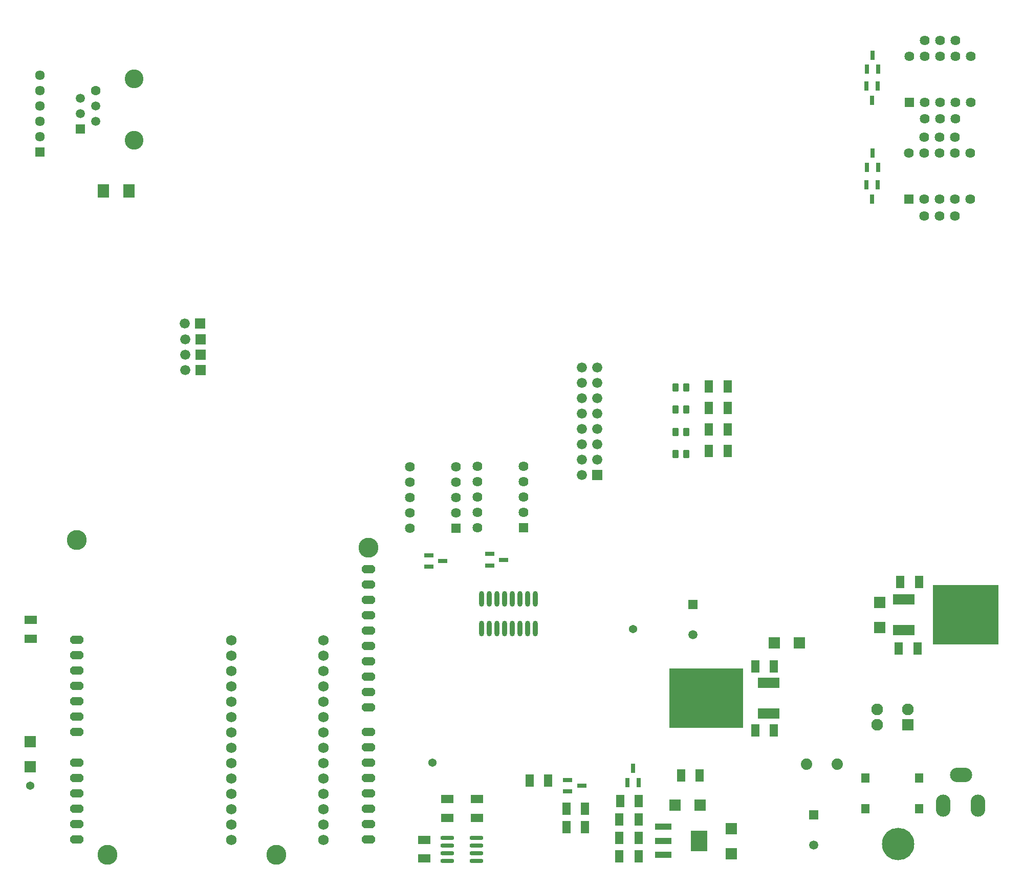
<source format=gts>
G04*
G04 #@! TF.GenerationSoftware,Altium Limited,Altium Designer,18.0.11 (651)*
G04*
G04 Layer_Color=8388736*
%FSLAX24Y24*%
%MOIN*%
G70*
G01*
G75*
%ADD38R,0.1418X0.0670*%
%ADD39R,0.4843X0.3879*%
%ADD40R,0.0611X0.0276*%
%ADD41R,0.0276X0.0611*%
%ADD42R,0.0740X0.0750*%
%ADD43R,0.0750X0.0740*%
%ADD44R,0.4292X0.3879*%
G04:AMPARAMS|DCode=45|XSize=39mil|YSize=54mil|CornerRadius=6.4mil|HoleSize=0mil|Usage=FLASHONLY|Rotation=0.000|XOffset=0mil|YOffset=0mil|HoleType=Round|Shape=RoundedRectangle|*
%AMROUNDEDRECTD45*
21,1,0.0390,0.0413,0,0,0.0*
21,1,0.0263,0.0540,0,0,0.0*
1,1,0.0128,0.0131,-0.0206*
1,1,0.0128,-0.0131,-0.0206*
1,1,0.0128,-0.0131,0.0206*
1,1,0.0128,0.0131,0.0206*
%
%ADD45ROUNDEDRECTD45*%
%ADD46R,0.0572X0.0788*%
%ADD47R,0.0540X0.0640*%
%ADD48O,0.0316X0.1024*%
%ADD49R,0.0788X0.0572*%
%ADD50R,0.1103X0.1339*%
%ADD51R,0.1103X0.0434*%
%ADD52R,0.0729X0.0898*%
%ADD53O,0.0906X0.0276*%
%ADD54C,0.0640*%
%ADD55C,0.0590*%
%ADD56R,0.0590X0.0590*%
%ADD57R,0.0640X0.0640*%
%ADD58C,0.0690*%
G04:AMPARAMS|DCode=59|XSize=84mil|YSize=56mil|CornerRadius=0mil|HoleSize=0mil|Usage=FLASHONLY|Rotation=0.000|XOffset=0mil|YOffset=0mil|HoleType=Round|Shape=Octagon|*
%AMOCTAGOND59*
4,1,8,0.0420,-0.0140,0.0420,0.0140,0.0280,0.0280,-0.0280,0.0280,-0.0420,0.0140,-0.0420,-0.0140,-0.0280,-0.0280,0.0280,-0.0280,0.0420,-0.0140,0.0*
%
%ADD59OCTAGOND59*%

%ADD60C,0.1300*%
%ADD61O,0.0631X0.0640*%
%ADD62C,0.1221*%
%ADD63C,0.0631*%
%ADD64C,0.0591*%
%ADD65R,0.0591X0.0591*%
%ADD66R,0.0640X0.0640*%
%ADD67C,0.0740*%
%ADD68C,0.0660*%
%ADD69R,0.0660X0.0660*%
%ADD70R,0.0660X0.0660*%
%ADD71O,0.0940X0.1440*%
%ADD72O,0.1440X0.0940*%
%ADD73C,0.0040*%
%ADD74C,0.2107*%
%ADD75C,0.0768*%
%ADD76R,0.0768X0.0768*%
%ADD77C,0.0440*%
%ADD78C,0.0540*%
D38*
X49560Y12500D02*
D03*
Y10500D02*
D03*
X58355Y15950D02*
D03*
Y17950D02*
D03*
D39*
X45515Y11500D02*
D03*
D40*
X27427Y20824D02*
D03*
Y20076D02*
D03*
X28352Y20450D02*
D03*
X31395Y20895D02*
D03*
Y20147D02*
D03*
X32320Y20521D02*
D03*
X36482Y6191D02*
D03*
Y5443D02*
D03*
X37407Y5817D02*
D03*
D41*
X56674Y44943D02*
D03*
X55926D02*
D03*
X56300Y44018D02*
D03*
X56674Y51363D02*
D03*
X55926D02*
D03*
X56300Y50437D02*
D03*
X55956Y46085D02*
D03*
X56704D02*
D03*
X56330Y47010D02*
D03*
X55966Y52465D02*
D03*
X56714D02*
D03*
X56340Y53390D02*
D03*
X40359Y6007D02*
D03*
X41107D02*
D03*
X40733Y6933D02*
D03*
D42*
X47150Y1390D02*
D03*
Y3004D02*
D03*
X1460Y8670D02*
D03*
Y7056D02*
D03*
X56800Y16116D02*
D03*
Y17730D02*
D03*
D43*
X43486Y4550D02*
D03*
X45100D02*
D03*
X51560Y15100D02*
D03*
X49946D02*
D03*
D44*
X62400Y16950D02*
D03*
D45*
X43500Y30300D02*
D03*
X44200D02*
D03*
Y27400D02*
D03*
X43500D02*
D03*
Y28850D02*
D03*
X44200D02*
D03*
Y31750D02*
D03*
X43500D02*
D03*
D46*
X49910Y9405D02*
D03*
X48690D02*
D03*
X49910Y13580D02*
D03*
X48690D02*
D03*
X58050Y14750D02*
D03*
X59270D02*
D03*
X58140Y19080D02*
D03*
X59360D02*
D03*
X45680Y27600D02*
D03*
X46900D02*
D03*
X45680Y29000D02*
D03*
X46900D02*
D03*
X45680Y31800D02*
D03*
X46900D02*
D03*
X45680Y30400D02*
D03*
X46900D02*
D03*
X33990Y6140D02*
D03*
X35210D02*
D03*
X37618Y3117D02*
D03*
X36397D02*
D03*
X37618Y4317D02*
D03*
X36397D02*
D03*
X45080Y6460D02*
D03*
X43860D02*
D03*
X39887Y4817D02*
D03*
X41107D02*
D03*
X39848Y3617D02*
D03*
X41107D02*
D03*
Y2417D02*
D03*
X39848D02*
D03*
X41107Y1217D02*
D03*
X39848D02*
D03*
D47*
X59380Y6310D02*
D03*
X55880D02*
D03*
X59380Y4310D02*
D03*
X55880D02*
D03*
D48*
X34357Y17981D02*
D03*
X33857D02*
D03*
X33357D02*
D03*
X32857D02*
D03*
X32357D02*
D03*
X31857D02*
D03*
X31357D02*
D03*
X30857D02*
D03*
X34357Y16052D02*
D03*
X33857D02*
D03*
X33357D02*
D03*
X32857D02*
D03*
X32357D02*
D03*
X31857D02*
D03*
X31357D02*
D03*
X30857D02*
D03*
D49*
X1500Y16610D02*
D03*
Y15390D02*
D03*
X27150Y1064D02*
D03*
Y2284D02*
D03*
X28650Y3707D02*
D03*
Y4927D02*
D03*
X30557D02*
D03*
Y3707D02*
D03*
D50*
X45030Y2222D02*
D03*
D51*
X42707Y1317D02*
D03*
Y2222D02*
D03*
Y3128D02*
D03*
D52*
X7890Y44540D02*
D03*
X6229D02*
D03*
D53*
X28650Y2400D02*
D03*
Y1900D02*
D03*
Y1400D02*
D03*
Y900D02*
D03*
X30540Y2400D02*
D03*
Y1900D02*
D03*
Y1400D02*
D03*
Y900D02*
D03*
D54*
X59720Y42900D02*
D03*
X60720D02*
D03*
X61720D02*
D03*
X59720Y48050D02*
D03*
X60720D02*
D03*
X61720D02*
D03*
X59750Y49250D02*
D03*
X60750D02*
D03*
X61750D02*
D03*
X59750Y54350D02*
D03*
X60750D02*
D03*
X61750D02*
D03*
X62750Y50310D02*
D03*
X61750D02*
D03*
X59750D02*
D03*
X62750Y53310D02*
D03*
X61750D02*
D03*
X59750D02*
D03*
X58750D02*
D03*
X60750Y50310D02*
D03*
Y53310D02*
D03*
X62720Y44000D02*
D03*
X61720D02*
D03*
X59720D02*
D03*
X62720Y47000D02*
D03*
X61720D02*
D03*
X59720D02*
D03*
X58720D02*
D03*
X60720Y44000D02*
D03*
Y47000D02*
D03*
X33600Y26600D02*
D03*
Y25600D02*
D03*
Y23600D02*
D03*
X30600Y26600D02*
D03*
Y25600D02*
D03*
Y23600D02*
D03*
Y22600D02*
D03*
X33600Y24600D02*
D03*
X30600D02*
D03*
X29200Y26574D02*
D03*
Y25574D02*
D03*
Y23574D02*
D03*
X26200Y26574D02*
D03*
Y25574D02*
D03*
Y23574D02*
D03*
Y22574D02*
D03*
X29200Y24574D02*
D03*
X26200D02*
D03*
D55*
X44650Y15626D02*
D03*
X52500Y1952D02*
D03*
D56*
X44650Y17594D02*
D03*
X52500Y3920D02*
D03*
D57*
X58750Y50310D02*
D03*
X58720Y44000D02*
D03*
X2090Y47090D02*
D03*
D58*
X20580Y2280D02*
D03*
X14580D02*
D03*
Y3280D02*
D03*
Y4280D02*
D03*
Y5280D02*
D03*
Y6280D02*
D03*
Y7280D02*
D03*
Y8280D02*
D03*
Y9280D02*
D03*
Y10280D02*
D03*
Y11280D02*
D03*
Y12280D02*
D03*
Y13280D02*
D03*
Y14280D02*
D03*
Y15280D02*
D03*
X20580Y3280D02*
D03*
Y4280D02*
D03*
Y5280D02*
D03*
Y6280D02*
D03*
Y7280D02*
D03*
Y8280D02*
D03*
Y9280D02*
D03*
Y10280D02*
D03*
Y11280D02*
D03*
Y12280D02*
D03*
Y13280D02*
D03*
Y14280D02*
D03*
Y15280D02*
D03*
D59*
X4500Y15300D02*
D03*
Y7300D02*
D03*
Y6300D02*
D03*
Y5300D02*
D03*
Y4300D02*
D03*
Y2300D02*
D03*
Y3300D02*
D03*
Y14300D02*
D03*
Y13300D02*
D03*
Y9300D02*
D03*
Y10300D02*
D03*
Y11300D02*
D03*
Y12300D02*
D03*
X23500Y9300D02*
D03*
Y8300D02*
D03*
Y7300D02*
D03*
Y6300D02*
D03*
Y2300D02*
D03*
Y3300D02*
D03*
Y4300D02*
D03*
Y5300D02*
D03*
Y13900D02*
D03*
Y12900D02*
D03*
Y11900D02*
D03*
Y10900D02*
D03*
Y14900D02*
D03*
Y15900D02*
D03*
Y16900D02*
D03*
Y17900D02*
D03*
Y18900D02*
D03*
Y19900D02*
D03*
D60*
Y21300D02*
D03*
X17500Y1300D02*
D03*
X6500D02*
D03*
X4500Y21800D02*
D03*
D61*
X2090Y52090D02*
D03*
Y51090D02*
D03*
Y50090D02*
D03*
Y49090D02*
D03*
Y48090D02*
D03*
D62*
X8242Y47842D02*
D03*
Y51842D02*
D03*
D63*
X5742Y51090D02*
D03*
D64*
X4742Y50590D02*
D03*
X5742Y50090D02*
D03*
X4742Y49590D02*
D03*
X5742Y49090D02*
D03*
D65*
X4742Y48590D02*
D03*
D66*
X33600Y22600D02*
D03*
X29200Y22574D02*
D03*
D67*
X54040Y7212D02*
D03*
X52040D02*
D03*
D68*
X37400Y33050D02*
D03*
X38400D02*
D03*
X37400Y32050D02*
D03*
X38400D02*
D03*
X37400Y31050D02*
D03*
X38400D02*
D03*
X37400Y30050D02*
D03*
X38400D02*
D03*
X37400Y29050D02*
D03*
X38400D02*
D03*
X37400Y28050D02*
D03*
X38400D02*
D03*
X37400Y27050D02*
D03*
X38400D02*
D03*
X37400Y26050D02*
D03*
X11550Y35900D02*
D03*
X11570Y32870D02*
D03*
Y33870D02*
D03*
Y34870D02*
D03*
D69*
X38400Y26050D02*
D03*
D70*
X12550Y35900D02*
D03*
X12570Y32870D02*
D03*
Y33870D02*
D03*
Y34870D02*
D03*
D71*
X63200Y4500D02*
D03*
X60950D02*
D03*
D72*
X62100Y6500D02*
D03*
D73*
X31000Y10000D02*
D03*
X2000Y1900D02*
D03*
Y37000D02*
D03*
X7400Y55600D02*
D03*
X58000D02*
D03*
X31000D02*
D03*
X58000Y37000D02*
D03*
X31000Y35500D02*
D03*
D74*
X58000Y2000D02*
D03*
D75*
X58649Y10760D02*
D03*
X56649D02*
D03*
Y9760D02*
D03*
D76*
X58649D02*
D03*
D77*
X43700Y12270D02*
D03*
Y11460D02*
D03*
Y10650D02*
D03*
Y9922D02*
D03*
X43720Y12960D02*
D03*
X45480D02*
D03*
X47260D02*
D03*
X46360D02*
D03*
X44600D02*
D03*
X44580Y9922D02*
D03*
Y10650D02*
D03*
Y11460D02*
D03*
Y12270D02*
D03*
X45460Y9922D02*
D03*
X47240D02*
D03*
X46340D02*
D03*
X47260Y11460D02*
D03*
X46340D02*
D03*
X45460Y12270D02*
D03*
X46360D02*
D03*
X46340Y10650D02*
D03*
X47240D02*
D03*
X47260Y12270D02*
D03*
X45460Y11460D02*
D03*
Y10650D02*
D03*
X63280Y16140D02*
D03*
Y16950D02*
D03*
Y17760D02*
D03*
Y18488D02*
D03*
X63260Y15450D02*
D03*
X61500D02*
D03*
X60600D02*
D03*
X62380D02*
D03*
X61520Y18488D02*
D03*
X60620D02*
D03*
X62400D02*
D03*
Y17760D02*
D03*
Y16950D02*
D03*
X60600D02*
D03*
Y16140D02*
D03*
X60620Y17760D02*
D03*
X61520D02*
D03*
X61500Y16140D02*
D03*
X62400D02*
D03*
X61520Y16950D02*
D03*
D78*
X27670Y7294D02*
D03*
X1480Y5800D02*
D03*
X40740Y16000D02*
D03*
M02*

</source>
